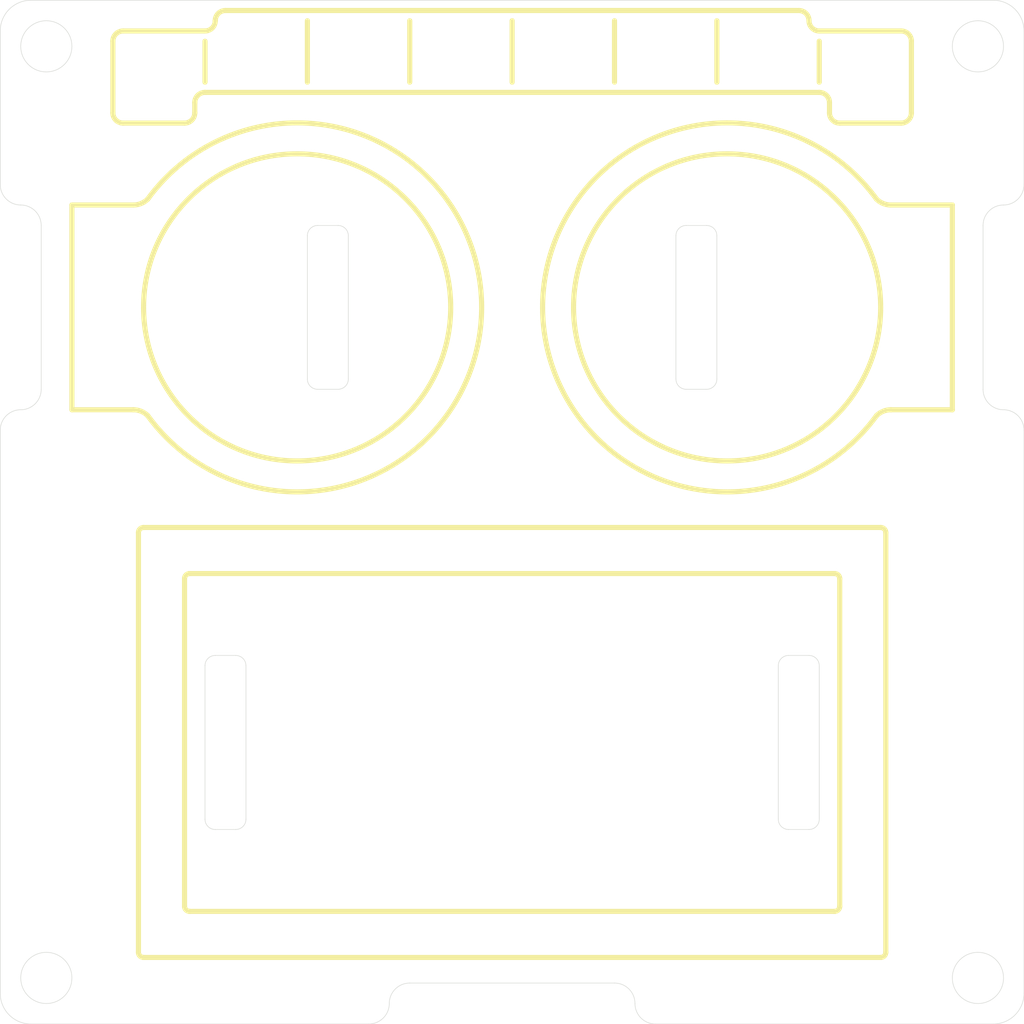
<source format=kicad_pcb>
(kicad_pcb (version 20171130) (host pcbnew 5.1.2)

  (general
    (thickness 1.6)
    (drawings 182)
    (tracks 0)
    (zones 0)
    (modules 0)
    (nets 2)
  )

  (page A4)
  (layers
    (0 F.Cu signal)
    (31 B.Cu signal)
    (32 B.Adhes user)
    (33 F.Adhes user)
    (34 B.Paste user)
    (35 F.Paste user)
    (36 B.SilkS user)
    (37 F.SilkS user)
    (38 B.Mask user)
    (39 F.Mask user)
    (40 Dwgs.User user)
    (41 Cmts.User user)
    (42 Eco1.User user hide)
    (43 Eco2.User user hide)
    (44 Edge.Cuts user)
    (45 Margin user)
    (46 B.CrtYd user)
    (47 F.CrtYd user)
    (48 B.Fab user)
    (49 F.Fab user)
  )

  (setup
    (last_trace_width 0.25)
    (trace_clearance 0.2)
    (zone_clearance 0.254)
    (zone_45_only no)
    (trace_min 0.2)
    (via_size 0.8)
    (via_drill 0.4)
    (via_min_size 0.4)
    (via_min_drill 0.3)
    (uvia_size 0.3)
    (uvia_drill 0.1)
    (uvias_allowed no)
    (uvia_min_size 0.2)
    (uvia_min_drill 0.1)
    (edge_width 0.05)
    (segment_width 0.2)
    (pcb_text_width 0.3)
    (pcb_text_size 1.5 1.5)
    (mod_edge_width 0.12)
    (mod_text_size 1 1)
    (mod_text_width 0.15)
    (pad_size 1.524 1.524)
    (pad_drill 0.762)
    (pad_to_mask_clearance 0.051)
    (solder_mask_min_width 0.25)
    (aux_axis_origin 0 0)
    (visible_elements FFFFFF7F)
    (pcbplotparams
      (layerselection 0x010fc_ffffffff)
      (usegerberextensions false)
      (usegerberattributes false)
      (usegerberadvancedattributes false)
      (creategerberjobfile false)
      (excludeedgelayer true)
      (linewidth 0.100000)
      (plotframeref false)
      (viasonmask false)
      (mode 1)
      (useauxorigin false)
      (hpglpennumber 1)
      (hpglpenspeed 20)
      (hpglpendiameter 15.000000)
      (psnegative false)
      (psa4output false)
      (plotreference true)
      (plotvalue true)
      (plotinvisibletext false)
      (padsonsilk false)
      (subtractmaskfromsilk false)
      (outputformat 1)
      (mirror false)
      (drillshape 1)
      (scaleselection 1)
      (outputdirectory ""))
  )

  (net 0 "")
  (net 1 GND)

  (net_class Default "This is the default net class."
    (clearance 0.2)
    (trace_width 0.25)
    (via_dia 0.8)
    (via_drill 0.4)
    (uvia_dia 0.3)
    (uvia_drill 0.1)
  )

  (gr_arc (start 119 74) (end 120 74) (angle -90) (layer Edge.Cuts) (width 0.05) (tstamp 5CC90860))
  (gr_arc (start 119 88) (end 119 89) (angle -90) (layer Edge.Cuts) (width 0.05) (tstamp 5CC9085F))
  (gr_arc (start 117 74) (end 117 73) (angle -90) (layer Edge.Cuts) (width 0.05) (tstamp 5CC9085E))
  (gr_line (start 120 74) (end 120 88) (layer Edge.Cuts) (width 0.05) (tstamp 5CC9085D))
  (gr_arc (start 117 88) (end 116 88) (angle -90) (layer Edge.Cuts) (width 0.05) (tstamp 5CC9085C))
  (gr_line (start 116 88) (end 116 74) (layer Edge.Cuts) (width 0.05) (tstamp 5CC9085B))
  (gr_line (start 119 89) (end 117 89) (layer Edge.Cuts) (width 0.05) (tstamp 5CC9085A))
  (gr_line (start 117 73) (end 119 73) (layer Edge.Cuts) (width 0.05) (tstamp 5CC90859))
  (gr_line (start 80 88) (end 80 74) (layer Edge.Cuts) (width 0.05) (tstamp 5CC90850))
  (gr_line (start 81 73) (end 83 73) (layer Edge.Cuts) (width 0.05) (tstamp 5CC9084F))
  (gr_arc (start 81 88) (end 80 88) (angle -90) (layer Edge.Cuts) (width 0.05) (tstamp 5CC9084E))
  (gr_arc (start 83 74) (end 84 74) (angle -90) (layer Edge.Cuts) (width 0.05) (tstamp 5CC9084D))
  (gr_arc (start 83 88) (end 83 89) (angle -90) (layer Edge.Cuts) (width 0.05) (tstamp 5CC9084C))
  (gr_line (start 84 74) (end 84 88) (layer Edge.Cuts) (width 0.05) (tstamp 5CC9084B))
  (gr_line (start 83 89) (end 81 89) (layer Edge.Cuts) (width 0.05) (tstamp 5CC9084A))
  (gr_arc (start 81 74) (end 81 73) (angle -90) (layer Edge.Cuts) (width 0.05) (tstamp 5CC90849))
  (gr_line (start 130 55) (end 130 59) (layer F.SilkS) (width 0.5) (tstamp 5CC907F8))
  (gr_line (start 120 59) (end 120 53) (layer F.SilkS) (width 0.5) (tstamp 5CC907F2))
  (gr_line (start 110 59) (end 110 53) (layer F.SilkS) (width 0.5) (tstamp 5CC907F2))
  (gr_line (start 100 59) (end 100 53) (layer F.SilkS) (width 0.5) (tstamp 5CC907F2))
  (gr_line (start 90 59) (end 90 53) (layer F.SilkS) (width 0.5) (tstamp 5CC907F2))
  (gr_line (start 80 59) (end 80 53) (layer F.SilkS) (width 0.5))
  (gr_line (start 70 55) (end 70 59) (layer F.SilkS) (width 0.5) (tstamp 5CC907E8))
  (gr_line (start 70 60) (end 130 60) (layer F.SilkS) (width 0.5) (tstamp 5CC907C3))
  (gr_arc (start 70 61) (end 70 60) (angle -90) (layer F.SilkS) (width 0.5))
  (gr_line (start 69 62) (end 69 61) (layer F.SilkS) (width 0.5))
  (gr_line (start 68 63) (end 62 63) (layer F.SilkS) (width 0.5) (tstamp 5CC907C1))
  (gr_arc (start 68 62) (end 68 63) (angle -90) (layer F.SilkS) (width 0.5))
  (gr_arc (start 62 62) (end 61 62) (angle -90) (layer F.SilkS) (width 0.5))
  (gr_line (start 70 54) (end 62 54) (layer F.SilkS) (width 0.5) (tstamp 5CC907BD))
  (gr_arc (start 62 55) (end 62 54) (angle -90) (layer F.SilkS) (width 0.5))
  (gr_line (start 61 62) (end 61 55) (layer F.SilkS) (width 0.5))
  (gr_arc (start 70 53) (end 70 54) (angle -90) (layer F.SilkS) (width 0.5))
  (gr_arc (start 72 53) (end 72 52) (angle -90) (layer F.SilkS) (width 0.5))
  (gr_line (start 128 52) (end 72 52) (layer F.SilkS) (width 0.5))
  (gr_line (start 131 62) (end 131 61) (layer F.SilkS) (width 0.5) (tstamp 5CC9068C))
  (gr_line (start 130 54) (end 138 54) (layer F.SilkS) (width 0.5) (tstamp 5CC90676))
  (gr_arc (start 138 55) (end 139 55) (angle -90) (layer F.SilkS) (width 0.5))
  (gr_arc (start 130 53) (end 129 53) (angle -90) (layer F.SilkS) (width 0.5))
  (gr_arc (start 128 53) (end 129 53) (angle -90) (layer F.SilkS) (width 0.5))
  (gr_arc (start 130 61) (end 131 61) (angle -90) (layer F.SilkS) (width 0.5))
  (gr_arc (start 132 62) (end 131 62) (angle -90) (layer F.SilkS) (width 0.5))
  (gr_arc (start 138 62) (end 138 63) (angle -90) (layer F.SilkS) (width 0.5))
  (gr_line (start 138 63) (end 132 63) (layer F.SilkS) (width 0.5))
  (gr_line (start 139 62) (end 139 55) (layer F.SilkS) (width 0.5))
  (gr_line (start 67.5 56) (end 67.5 61.4) (layer Eco2.User) (width 0.15) (tstamp 5CC90628))
  (gr_line (start 62.5 61.4) (end 67.5 61.4) (layer Eco2.User) (width 0.15) (tstamp 5CC90627))
  (gr_line (start 62.5 56) (end 62.5 61.4) (layer Eco2.User) (width 0.15) (tstamp 5CC90626))
  (gr_line (start 62.5 56) (end 67.5 56) (layer Eco2.User) (width 0.15) (tstamp 5CC90625))
  (gr_line (start 127 115) (end 129 115) (layer Edge.Cuts) (width 0.05) (tstamp 5CC8B572))
  (gr_arc (start 129 131) (end 129 132) (angle -90) (layer Edge.Cuts) (width 0.05) (tstamp 5CC8B571))
  (gr_arc (start 127 116) (end 127 115) (angle -90) (layer Edge.Cuts) (width 0.05) (tstamp 5CC8B56F))
  (gr_line (start 129 132) (end 127 132) (layer Edge.Cuts) (width 0.05) (tstamp 5CC8B56E))
  (gr_line (start 126 131) (end 126 116) (layer Edge.Cuts) (width 0.05) (tstamp 5CC8B56D))
  (gr_arc (start 129 116) (end 130 116) (angle -90) (layer Edge.Cuts) (width 0.05) (tstamp 5CC8B56C))
  (gr_arc (start 127 131) (end 126 131) (angle -90) (layer Edge.Cuts) (width 0.05) (tstamp 5CC8B56B))
  (gr_line (start 73 132) (end 71 132) (layer Edge.Cuts) (width 0.05) (tstamp 5CC8B565))
  (gr_line (start 71 115) (end 73 115) (layer Edge.Cuts) (width 0.05) (tstamp 5CC8B561))
  (gr_arc (start 71 116) (end 71 115) (angle -90) (layer Edge.Cuts) (width 0.05))
  (gr_arc (start 73 116) (end 74 116) (angle -90) (layer Edge.Cuts) (width 0.05))
  (gr_arc (start 73 131) (end 73 132) (angle -90) (layer Edge.Cuts) (width 0.05))
  (gr_arc (start 71 131) (end 70 131) (angle -90) (layer Edge.Cuts) (width 0.05))
  (gr_line (start 74 116) (end 74 131) (layer Edge.Cuts) (width 0.05))
  (gr_line (start 130 131) (end 130 116) (layer Edge.Cuts) (width 0.05))
  (gr_line (start 70 131) (end 70 116) (layer Edge.Cuts) (width 0.05))
  (gr_line (start 145.5 55.5) (end 145.5 146.5) (layer Eco1.User) (width 0.15) (tstamp 5CC8B31F))
  (gr_line (start 54.5 55.5) (end 145.5 55.5) (layer Eco1.User) (width 0.15))
  (gr_line (start 54.5 146.5) (end 54.5 55.5) (layer Eco1.User) (width 0.15))
  (gr_line (start 145.5 146.5) (end 54.5 146.5) (layer Eco1.User) (width 0.15))
  (gr_arc (start 68.5 107.5) (end 68.5 107) (angle -90) (layer F.SilkS) (width 0.5) (tstamp 5CC8B0E6))
  (gr_arc (start 68.5 139.5) (end 68 139.5) (angle -90) (layer F.SilkS) (width 0.5) (tstamp 5CC8B0E6))
  (gr_arc (start 131.5 139.5) (end 131.5 140) (angle -90) (layer F.SilkS) (width 0.5) (tstamp 5CC8B0E6))
  (gr_arc (start 131.5 107.5) (end 132 107.5) (angle -90) (layer F.SilkS) (width 0.5))
  (gr_line (start 132 139.5) (end 132 107.5) (layer F.SilkS) (width 0.5) (tstamp 5CC8B194))
  (gr_line (start 131.5 140) (end 68.5 140) (layer F.SilkS) (width 0.5) (tstamp 5CC8B076))
  (gr_line (start 68 107.5) (end 68 139.5) (layer F.SilkS) (width 0.5))
  (gr_line (start 68.5 107) (end 131.5 107) (layer F.SilkS) (width 0.5))
  (gr_circle (center 121 81) (end 106 81) (layer F.SilkS) (width 0.5) (tstamp 5CC8A367))
  (gr_circle (center 79 81) (end 94 81) (layer F.SilkS) (width 0.5))
  (dimension 100 (width 0.15) (layer Eco1.User)
    (gr_text "100.000 mm" (at 46.7 101 270) (layer Eco1.User)
      (effects (font (size 1 1) (thickness 0.15)))
    )
    (feature1 (pts (xy 50 151) (xy 47.413579 151)))
    (feature2 (pts (xy 50 51) (xy 47.413579 51)))
    (crossbar (pts (xy 48 51) (xy 48 151)))
    (arrow1a (pts (xy 48 151) (xy 47.413579 149.873496)))
    (arrow1b (pts (xy 48 151) (xy 48.586421 149.873496)))
    (arrow2a (pts (xy 48 51) (xy 47.413579 52.126504)))
    (arrow2b (pts (xy 48 51) (xy 48.586421 52.126504)))
  )
  (dimension 100 (width 0.15) (layer Eco1.User)
    (gr_text "100.000 mm" (at 100 47.7) (layer Eco1.User)
      (effects (font (size 1 1) (thickness 0.15)))
    )
    (feature1 (pts (xy 150 51) (xy 150 48.413579)))
    (feature2 (pts (xy 50 51) (xy 50 48.413579)))
    (crossbar (pts (xy 50 49) (xy 150 49)))
    (arrow1a (pts (xy 150 49) (xy 148.873496 49.586421)))
    (arrow1b (pts (xy 150 49) (xy 148.873496 48.413579)))
    (arrow2a (pts (xy 50 49) (xy 51.126504 49.586421)))
    (arrow2b (pts (xy 50 49) (xy 51.126504 48.413579)))
  )
  (gr_line (start 143 91) (end 137 91) (layer F.SilkS) (width 0.5) (tstamp 5CC8A388))
  (gr_line (start 143 71) (end 137 71) (layer F.SilkS) (width 0.5) (tstamp 5CC8A364))
  (gr_arc (start 121 81) (end 135.585785 70.414215) (angle -288.1) (layer F.SilkS) (width 0.5) (tstamp 5CC8A382))
  (gr_arc (start 137 69) (end 137 71) (angle 45) (layer F.SilkS) (width 0.5) (tstamp 5CC8A376))
  (gr_line (start 143 71) (end 143 91) (layer F.SilkS) (width 0.5) (tstamp 5CC8A379))
  (gr_arc (start 137 93) (end 137 91) (angle -45) (layer F.SilkS) (width 0.5) (tstamp 5CC8A385))
  (gr_arc (start 79 81) (end 64.414215 91.585785) (angle -288.1) (layer F.SilkS) (width 0.5))
  (gr_circle (center 79 81) (end 79 63) (layer Eco2.User) (width 0.15) (tstamp 5CC89E88))
  (gr_arc (start 63 69) (end 63 71) (angle -45) (layer F.SilkS) (width 0.5) (tstamp 5CC8A2DB))
  (gr_arc (start 63 93) (end 63 91) (angle 45) (layer F.SilkS) (width 0.5) (tstamp 5CC8A2DA))
  (gr_line (start 57 71) (end 63 71) (layer F.SilkS) (width 0.5) (tstamp 5CC8A2D9))
  (gr_line (start 57 91) (end 57 71) (layer F.SilkS) (width 0.5) (tstamp 5CC8A2D8))
  (gr_line (start 57 91) (end 63 91) (layer F.SilkS) (width 0.5) (tstamp 5CC8A2D7))
  (gr_arc (start 64 144) (end 63.5 144) (angle -90) (layer F.SilkS) (width 0.5) (tstamp 5CC8A120))
  (gr_arc (start 136 103) (end 136.5 103) (angle -90) (layer F.SilkS) (width 0.5) (tstamp 5CC8A120))
  (gr_line (start 136 144.5) (end 64 144.5) (layer F.SilkS) (width 0.5) (tstamp 5CC8A114))
  (gr_line (start 136.5 144) (end 136.5 103) (layer F.SilkS) (width 0.5) (tstamp 5CC8A113))
  (gr_arc (start 136 144) (end 136 144.5) (angle -90) (layer F.SilkS) (width 0.5) (tstamp 5CC8A112))
  (gr_arc (start 64 103) (end 64 102.5) (angle -90) (layer F.SilkS) (width 0.5))
  (gr_line (start 64 102.5) (end 136 102.5) (layer F.SilkS) (width 0.5))
  (gr_line (start 63.5 103) (end 63.5 144) (layer F.SilkS) (width 0.5))
  (gr_line (start 50 93) (end 50 148) (layer Edge.Cuts) (width 0.05) (tstamp 5CC8A018))
  (gr_line (start 50 54) (end 50 69) (layer Edge.Cuts) (width 0.05) (tstamp 5CC8A015))
  (gr_arc (start 52 89) (end 52 91) (angle -90) (layer Edge.Cuts) (width 0.05) (tstamp 5CC89FF8))
  (gr_arc (start 52 93) (end 52 91) (angle -90) (layer Edge.Cuts) (width 0.05) (tstamp 5CC89FF7))
  (gr_line (start 54 89) (end 54 73) (layer Edge.Cuts) (width 0.05) (tstamp 5CC89FF6))
  (gr_arc (start 52 73) (end 52 71) (angle 90) (layer Edge.Cuts) (width 0.05) (tstamp 5CC89FF5))
  (gr_arc (start 52 69) (end 52 71) (angle 90) (layer Edge.Cuts) (width 0.05) (tstamp 5CC89FF4))
  (gr_line (start 150 93) (end 150 148) (layer Edge.Cuts) (width 0.05) (tstamp 5CC89FDD))
  (gr_line (start 150 69) (end 150 54) (layer Edge.Cuts) (width 0.05) (tstamp 5CC89FD7))
  (gr_arc (start 148 89) (end 148 91) (angle 90) (layer Edge.Cuts) (width 0.05) (tstamp 5CC89FF2))
  (gr_arc (start 148 93) (end 148 91) (angle 90) (layer Edge.Cuts) (width 0.05) (tstamp 5CC89FC4))
  (gr_arc (start 148 69) (end 148 71) (angle -90) (layer Edge.Cuts) (width 0.05) (tstamp 5CC89FC1))
  (gr_arc (start 148 73) (end 148 71) (angle -90) (layer Edge.Cuts) (width 0.05) (tstamp 5CC89FEC))
  (gr_line (start 146 73) (end 146 89) (layer Edge.Cuts) (width 0.05) (tstamp 5CC89FEF))
  (gr_line (start 57 71) (end 63 71) (layer Eco2.User) (width 0.15) (tstamp 5CC89F39))
  (gr_arc (start 63 93) (end 63 91) (angle 45) (layer Eco2.User) (width 0.15) (tstamp 5CC89F38))
  (gr_line (start 57 91) (end 57 71) (layer Eco2.User) (width 0.15) (tstamp 5CC89F37))
  (gr_line (start 57 91) (end 63 91) (layer Eco2.User) (width 0.15) (tstamp 5CC89F36))
  (gr_arc (start 63 69) (end 63 71) (angle -45) (layer Eco2.User) (width 0.15) (tstamp 5CC89F35))
  (gr_line (start 143 71) (end 137 71) (layer Eco2.User) (width 0.15) (tstamp 5CC8A373))
  (gr_arc (start 137 69) (end 137 71) (angle 45) (layer Eco2.User) (width 0.15) (tstamp 5CC8A36D))
  (gr_arc (start 137 93) (end 137 91) (angle -45) (layer Eco2.User) (width 0.15) (tstamp 5CC8A37C))
  (gr_line (start 143 91) (end 137 91) (layer Eco2.User) (width 0.15) (tstamp 5CC8A36A))
  (gr_line (start 143 71) (end 143 91) (layer Eco2.User) (width 0.15) (tstamp 5CC8A370))
  (gr_circle (center 79 81) (end 94 81) (layer Eco2.User) (width 0.15) (tstamp 5CC857C7))
  (gr_circle (center 121 81) (end 121 63) (layer Eco2.User) (width 0.15) (tstamp 5CC8A37F))
  (gr_line (start 121 101) (end 121 51) (layer Eco1.User) (width 0.15))
  (gr_line (start 79 51) (end 79 101) (layer Eco1.User) (width 0.15))
  (gr_line (start 114 151) (end 147 151) (layer Edge.Cuts) (width 0.05) (tstamp 5CC8992B))
  (gr_line (start 86 151) (end 53 151) (layer Edge.Cuts) (width 0.05) (tstamp 5CC89925))
  (gr_arc (start 114 149) (end 112 149) (angle -90) (layer Edge.Cuts) (width 0.05))
  (gr_arc (start 110 149) (end 112 149) (angle -90) (layer Edge.Cuts) (width 0.05))
  (gr_arc (start 86 149) (end 86 151) (angle -90) (layer Edge.Cuts) (width 0.05))
  (gr_arc (start 90 149) (end 90 147) (angle -90) (layer Edge.Cuts) (width 0.05))
  (gr_line (start 110 147) (end 90 147) (layer Edge.Cuts) (width 0.05))
  (gr_line (start 72.5 53.5) (end 77.5 53.5) (layer Eco2.User) (width 0.15) (tstamp 5CC86365))
  (gr_line (start 72.5 53.5) (end 72.5 58.9) (layer Eco2.User) (width 0.15) (tstamp 5CC86364))
  (gr_line (start 72.5 58.9) (end 77.5 58.9) (layer Eco2.User) (width 0.15) (tstamp 5CC86363))
  (gr_line (start 77.5 53.5) (end 77.5 58.9) (layer Eco2.User) (width 0.15) (tstamp 5CC86362))
  (gr_line (start 82.5 53.5) (end 87.5 53.5) (layer Eco2.User) (width 0.15) (tstamp 5CC86365))
  (gr_line (start 82.5 53.5) (end 82.5 58.9) (layer Eco2.User) (width 0.15) (tstamp 5CC86364))
  (gr_line (start 82.5 58.9) (end 87.5 58.9) (layer Eco2.User) (width 0.15) (tstamp 5CC86363))
  (gr_line (start 87.5 53.5) (end 87.5 58.9) (layer Eco2.User) (width 0.15) (tstamp 5CC86362))
  (gr_line (start 92.5 53.5) (end 97.5 53.5) (layer Eco2.User) (width 0.15) (tstamp 5CC86365))
  (gr_line (start 92.5 53.5) (end 92.5 58.9) (layer Eco2.User) (width 0.15) (tstamp 5CC86364))
  (gr_line (start 92.5 58.9) (end 97.5 58.9) (layer Eco2.User) (width 0.15) (tstamp 5CC86363))
  (gr_line (start 97.5 53.5) (end 97.5 58.9) (layer Eco2.User) (width 0.15) (tstamp 5CC86362))
  (gr_line (start 102.5 53.5) (end 107.5 53.5) (layer Eco2.User) (width 0.15) (tstamp 5CC86365))
  (gr_line (start 102.5 53.5) (end 102.5 58.9) (layer Eco2.User) (width 0.15) (tstamp 5CC86364))
  (gr_line (start 102.5 58.9) (end 107.5 58.9) (layer Eco2.User) (width 0.15) (tstamp 5CC86363))
  (gr_line (start 107.5 53.5) (end 107.5 58.9) (layer Eco2.User) (width 0.15) (tstamp 5CC86362))
  (gr_line (start 112.5 53.5) (end 117.5 53.5) (layer Eco2.User) (width 0.15) (tstamp 5CC86365))
  (gr_line (start 112.5 53.5) (end 112.5 58.9) (layer Eco2.User) (width 0.15) (tstamp 5CC86364))
  (gr_line (start 112.5 58.9) (end 117.5 58.9) (layer Eco2.User) (width 0.15) (tstamp 5CC86363))
  (gr_line (start 117.5 53.5) (end 117.5 58.9) (layer Eco2.User) (width 0.15) (tstamp 5CC86362))
  (gr_line (start 122.5 53.5) (end 127.5 53.5) (layer Eco2.User) (width 0.15) (tstamp 5CC89E50))
  (gr_line (start 122.5 53.5) (end 122.5 58.9) (layer Eco2.User) (width 0.15) (tstamp 5CC89E4A))
  (gr_line (start 122.5 58.9) (end 127.5 58.9) (layer Eco2.User) (width 0.15) (tstamp 5CC89E4D))
  (gr_line (start 127.5 53.5) (end 127.5 58.9) (layer Eco2.User) (width 0.15) (tstamp 5CC89E53))
  (gr_line (start 146 81) (end 54 81) (layer Eco1.User) (width 0.15) (tstamp 5CC86481))
  (gr_line (start 132.5 61.4) (end 137.5 61.4) (layer Eco2.User) (width 0.15) (tstamp 5CC861A4))
  (gr_line (start 132.5 56) (end 132.5 61.4) (layer Eco2.User) (width 0.15) (tstamp 5CC861A3))
  (gr_line (start 132.5 56) (end 137.5 56) (layer Eco2.User) (width 0.15) (tstamp 5CC861A2))
  (gr_line (start 137.5 56) (end 137.5 61.4) (layer Eco2.User) (width 0.15) (tstamp 5CC861A1))
  (gr_line (start 50 101) (end 150 101) (layer Eco1.User) (width 0.15))
  (gr_line (start 100 147) (end 100 51) (layer Eco1.User) (width 0.15))
  (gr_circle (center 145.5 146.5) (end 145.5 149) (layer Edge.Cuts) (width 0.05) (tstamp 5CC89E09))
  (gr_line (start 136.5 144.5) (end 63.5 144.5) (layer Eco2.User) (width 0.15) (tstamp 5CC86168))
  (gr_line (start 136.5 144.5) (end 136.5 102.5) (layer Eco2.User) (width 0.15) (tstamp 5CC8615F))
  (gr_line (start 63.5 102.5) (end 136.5 102.5) (layer Eco2.User) (width 0.15) (tstamp 5CC86162))
  (gr_line (start 63.5 102.5) (end 63.5 144.5) (layer Eco2.User) (width 0.15) (tstamp 5CC86165))
  (gr_circle (center 121 81) (end 106 81) (layer Eco2.User) (width 0.15) (tstamp 5CC8A38B))
  (gr_arc (start 147 148) (end 147 151) (angle -90) (layer Edge.Cuts) (width 0.05) (tstamp 5CC89E0F))
  (gr_arc (start 147 54) (end 150 54) (angle -90) (layer Edge.Cuts) (width 0.05) (tstamp 5CC89E03))
  (gr_arc (start 53 54) (end 53 51) (angle -90) (layer Edge.Cuts) (width 0.05) (tstamp 5CC85A98))
  (gr_circle (center 145.5 55.5) (end 145.5 58) (layer Edge.Cuts) (width 0.05) (tstamp 5CC89E0C))
  (gr_circle (center 54.5 55.5) (end 54.5 58) (layer Edge.Cuts) (width 0.05) (tstamp 5CC857A6))
  (gr_arc (start 53 148) (end 50 148) (angle -90) (layer Edge.Cuts) (width 0.05) (tstamp 5CC857C4))
  (gr_circle (center 54.5 146.5) (end 54.5 149) (layer Edge.Cuts) (width 0.05) (tstamp 5CC8611E))
  (gr_line (start 53 51) (end 147 51) (layer Edge.Cuts) (width 0.05) (tstamp 5CC906AF))

  (zone (net 1) (net_name GND) (layer F.Cu) (tstamp 5CC9F98D) (hatch edge 0.508)
    (connect_pads (clearance 0.254))
    (min_thickness 0.254)
    (fill yes (arc_segments 32) (thermal_gap 0.508) (thermal_bridge_width 0.508))
    (polygon
      (pts
        (xy 50 51) (xy 150 51) (xy 150 73) (xy 146 73) (xy 146 89)
        (xy 150 89) (xy 150 151) (xy 110 151) (xy 110 147) (xy 90 147)
        (xy 90 151) (xy 50 151) (xy 50 89) (xy 54 89) (xy 54 73)
        (xy 50 73)
      )
    )
  )
  (zone (net 1) (net_name GND) (layer B.Cu) (tstamp 5CCA0A7C) (hatch edge 0.508)
    (connect_pads (clearance 0.254))
    (min_thickness 0.128)
    (fill yes (arc_segments 32) (thermal_gap 0.254) (thermal_bridge_width 0.508))
    (polygon
      (pts
        (xy 50 51) (xy 150 51) (xy 150 73) (xy 146 73) (xy 146 89)
        (xy 150 89) (xy 150 151) (xy 110 151) (xy 110 147) (xy 90 147)
        (xy 90 151) (xy 50 151) (xy 50 89) (xy 54 89) (xy 54 73)
        (xy 50 73)
      )
    )
  )
)

</source>
